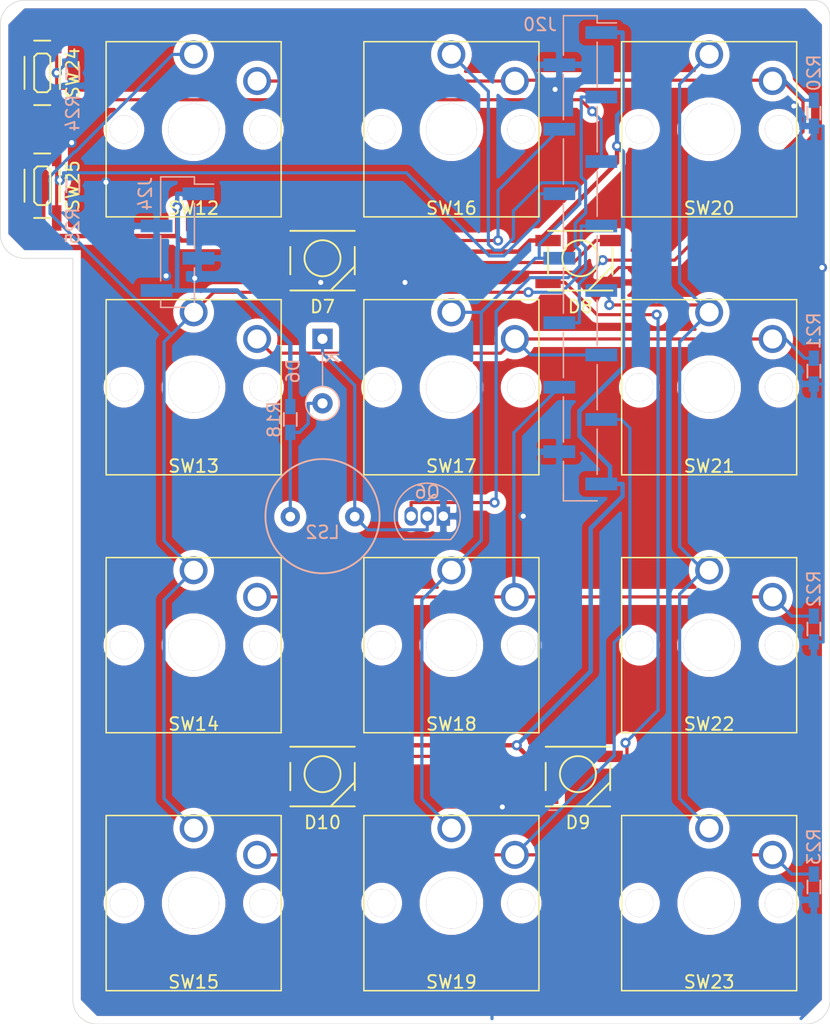
<source format=kicad_pcb>
(kicad_pcb (version 20171130) (host pcbnew "(5.1.5)-3")
  (layers (0 F.Cu signal) (31 B.Cu signal) (34 B.Paste user) (35 F.Paste user) (36 B.SilkS user) (37 F.SilkS user) (38 B.Mask user) (39 F.Mask user) (44 Edge.Cuts user))
  (net 0 "")
  (net 1 "Net-(D6-Pad1)")
  (net 2 "Net-(D6-Pad2)")
  (net 3 "Net-(D7-Pad2)")
  (net 4 "Net-(D8-Pad2)")
  (net 5 "Net-(D10-Pad4)")
  (net 6 "Net-(D10-Pad2)")
  (net 7 /Sheet5F548F88/3v32)
  (net 8 /Sheet5F548F88/LEDs2)
  (net 9 /Sheet5F548F88/GND2)
  (net 10 /Sheet5F548F88/r23)
  (net 11 /Sheet5F548F88/r21)
  (net 12 /Sheet5F548F88/c22)
  (net 13 /Sheet5F548F88/button22)
  (net 14 /Sheet5F548F88/r24)
  (net 15 /Sheet5F548F88/r22)
  (net 16 /Sheet5F548F88/c23)
  (net 17 /Sheet5F548F88/c12)
  (net 18 /Sheet5F548F88/button21)
  (net 19 /Sheet5F548F88/spk2)
  (module akizukit:small_speaker (layer B.Cu) (at 151.13 66.675)
    (fp_text reference LS2 (at 0 1.27) (layer B.SilkS) (effects (justify mirror)))
    (fp_text value Speaker)
    (pad 2 thru_hole circle (at 2.54 0.04) (size 1.524 1.524) (drill 0.762) (layers *.Cu *.Mask) (net 1 "Net-(D6-Pad1)"))
    (pad 1 thru_hole circle (at -2.54 0.04) (size 1.524 1.524) (drill 0.762) (layers *.Cu *.Mask) (net 2 "Net-(D6-Pad2)"))
  )
  (module Package_TO_SOT_THT:TO-92_Inline (layer B.Cu) (at 160.655 66.675 180)
    (fp_text reference Q6 (at 1.27 1.905) (layer B.SilkS) (effects (justify mirror)))
    (fp_text value 2SC1815)
    (pad 1 thru_hole rect (at 0 0 180) (size 1.05 1.5) (drill 0.75) (layers *.Cu *.Mask) (net 9 /Sheet5F548F88/GND2))
    (pad 3 thru_hole oval (at 2.54 0 180) (size 1.05 1.5) (drill 0.75) (layers *.Cu *.Mask) (net 19 /Sheet5F548F88/spk2))
    (pad 2 thru_hole oval (at 1.27 0 180) (size 1.05 1.5) (drill 0.75) (layers *.Cu *.Mask) (net 1 "Net-(D6-Pad1)"))
  )
  (module akizukit:SMD-1608 (layer B.Cu) (at 148.59 59.055 270)
    (fp_text reference R18 (at 0 1.27 90) (layer B.SilkS) (effects (justify mirror)))
    (fp_text value 1k)
    (pad 2 smd rect (at -1.016 0 270) (size 1.2 0.8) (layers B.Cu B.Paste B.Mask) (net 7 /Sheet5F548F88/3v32))
    (pad 1 smd rect (at 1.016 0 270) (size 1.2 0.8) (layers B.Cu B.Paste B.Mask) (net 2 "Net-(D6-Pad2)"))
  )
  (module akizukit:SMD-1608 (layer B.Cu) (at 189.865 34.925 90)
    (fp_text reference R20 (at 3.175 0 270) (layer B.SilkS) (effects (justify mirror)))
    (fp_text value 1k)
    (pad 2 smd rect (at -1.016 0 90) (size 1.2 0.8) (layers B.Cu B.Paste B.Mask) (net 9 /Sheet5F548F88/GND2))
    (pad 1 smd rect (at 1.016 0 90) (size 1.2 0.8) (layers B.Cu B.Paste B.Mask) (net 11 /Sheet5F548F88/r21))
  )
  (module akizukit:SMD-1608 (layer B.Cu) (at 189.865 55.245 90)
    (fp_text reference R21 (at 3.175 0 270) (layer B.SilkS) (effects (justify mirror)))
    (fp_text value 1k)
    (pad 2 smd rect (at -1.016 0 90) (size 1.2 0.8) (layers B.Cu B.Paste B.Mask) (net 9 /Sheet5F548F88/GND2))
    (pad 1 smd rect (at 1.016 0 90) (size 1.2 0.8) (layers B.Cu B.Paste B.Mask) (net 15 /Sheet5F548F88/r22))
  )
  (module akizukit:SMD-1608 (layer B.Cu) (at 189.865 75.565 90)
    (fp_text reference R22 (at 3.175 0 270) (layer B.SilkS) (effects (justify mirror)))
    (fp_text value 1k)
    (pad 2 smd rect (at -1.016 0 90) (size 1.2 0.8) (layers B.Cu B.Paste B.Mask) (net 9 /Sheet5F548F88/GND2))
    (pad 1 smd rect (at 1.016 0 90) (size 1.2 0.8) (layers B.Cu B.Paste B.Mask) (net 10 /Sheet5F548F88/r23))
  )
  (module akizukit:SMD-1608 (layer B.Cu) (at 189.865 95.885 90)
    (fp_text reference R23 (at 3.175 0 270) (layer B.SilkS) (effects (justify mirror)))
    (fp_text value 1k)
    (pad 2 smd rect (at -1.016 0 90) (size 1.2 0.8) (layers B.Cu B.Paste B.Mask) (net 9 /Sheet5F548F88/GND2))
    (pad 1 smd rect (at 1.016 0 90) (size 1.2 0.8) (layers B.Cu B.Paste B.Mask) (net 14 /Sheet5F548F88/r24))
  )
  (module akizukit:SMD-1608 (layer B.Cu) (at 131.445 31.75 270)
    (fp_text reference R24 (at 3.175 0 90) (layer B.SilkS) (effects (justify mirror)))
    (fp_text value 1k)
    (pad 2 smd rect (at -1.016 0 270) (size 1.2 0.8) (layers B.Cu B.Paste B.Mask) (net 18 /Sheet5F548F88/button21))
    (pad 1 smd rect (at 1.016 0 270) (size 1.2 0.8) (layers B.Cu B.Paste B.Mask) (net 9 /Sheet5F548F88/GND2))
  )
  (module akizukit:SMD-1608 (layer B.Cu) (at 131.445 40.64 270)
    (fp_text reference R25 (at 3.175 0 90) (layer B.SilkS) (effects (justify mirror)))
    (fp_text value 1k)
    (pad 2 smd rect (at -1.016 0 270) (size 1.2 0.8) (layers B.Cu B.Paste B.Mask) (net 13 /Sheet5F548F88/button22))
    (pad 1 smd rect (at 1.016 0 270) (size 1.2 0.8) (layers B.Cu B.Paste B.Mask) (net 9 /Sheet5F548F88/GND2))
  )
  (module akizukit:SMD_SW (layer F.Cu) (at 130.175 34.29 90)
    (fp_text reference SW24 (at 2.54 1.27 90) (layer F.SilkS))
    (fp_text value SW_Push)
    (pad 1 smd rect (at 5.08 -2.286 90) (size 2 0.75) (layers F.Cu F.Paste F.Mask) (net 7 /Sheet5F548F88/3v32))
    (pad 2 smd rect (at 5.08 0 90) (size 2 0.75) (layers F.Cu F.Paste F.Mask) (net 18 /Sheet5F548F88/button21))
    (pad 2 smd rect (at 0 0 90) (size 2 0.75) (layers F.Cu F.Paste F.Mask) (net 18 /Sheet5F548F88/button21))
    (pad 1 smd rect (at 0 -2.286 90) (size 2 0.75) (layers F.Cu F.Paste F.Mask) (net 7 /Sheet5F548F88/3v32))
  )
  (module akizukit:SMD_SW (layer F.Cu) (at 130.175 43.18 90)
    (fp_text reference SW25 (at 2.54 1.27 90) (layer F.SilkS))
    (fp_text value SW_Push)
    (pad 1 smd rect (at 5.08 -2.286 90) (size 2 0.75) (layers F.Cu F.Paste F.Mask) (net 7 /Sheet5F548F88/3v32))
    (pad 2 smd rect (at 5.08 0 90) (size 2 0.75) (layers F.Cu F.Paste F.Mask) (net 13 /Sheet5F548F88/button22))
    (pad 2 smd rect (at 0 0 90) (size 2 0.75) (layers F.Cu F.Paste F.Mask) (net 13 /Sheet5F548F88/button22))
    (pad 1 smd rect (at 0 -2.286 90) (size 2 0.75) (layers F.Cu F.Paste F.Mask) (net 7 /Sheet5F548F88/3v32))
  )
  (module Connector_PinHeader_2.54mm:PinHeader_1x15_P2.54mm_Vertical_SMD_Pin1Left (layer B.Cu) (at 171.45 46.355 180)
    (fp_text reference J20 (at 3.175 18.415) (layer B.SilkS) (effects (justify mirror)))
    (fp_text value Conn_01x15)
    (pad 14 smd rect (at 1.655 -15.24 180) (size 2.51 1) (layers B.Cu B.Paste B.Mask) (net 9 /Sheet5F548F88/GND2))
    (pad 12 smd rect (at 1.655 -10.16 180) (size 2.51 1) (layers B.Cu B.Paste B.Mask) (net 10 /Sheet5F548F88/r23))
    (pad 10 smd rect (at 1.655 -5.08 180) (size 2.51 1) (layers B.Cu B.Paste B.Mask) (net 11 /Sheet5F548F88/r21))
    (pad 8 smd rect (at 1.655 0 180) (size 2.51 1) (layers B.Cu B.Paste B.Mask) (net 12 /Sheet5F548F88/c22))
    (pad 6 smd rect (at 1.655 5.08 180) (size 2.51 1) (layers B.Cu B.Paste B.Mask) (net 13 /Sheet5F548F88/button22))
    (pad 4 smd rect (at 1.655 10.16 180) (size 2.51 1) (layers B.Cu B.Paste B.Mask) (net 8 /Sheet5F548F88/LEDs2))
    (pad 2 smd rect (at 1.655 15.24 180) (size 2.51 1) (layers B.Cu B.Paste B.Mask) (net 9 /Sheet5F548F88/GND2))
    (pad 15 smd rect (at -1.655 -17.78 180) (size 2.51 1) (layers B.Cu B.Paste B.Mask) (net 7 /Sheet5F548F88/3v32))
    (pad 13 smd rect (at -1.655 -12.7 180) (size 2.51 1) (layers B.Cu B.Paste B.Mask) (net 14 /Sheet5F548F88/r24))
    (pad 11 smd rect (at -1.655 -7.62 180) (size 2.51 1) (layers B.Cu B.Paste B.Mask) (net 15 /Sheet5F548F88/r22))
    (pad 9 smd rect (at -1.655 -2.54 180) (size 2.51 1) (layers B.Cu B.Paste B.Mask) (net 16 /Sheet5F548F88/c23))
    (pad 7 smd rect (at -1.655 2.54 180) (size 2.51 1) (layers B.Cu B.Paste B.Mask) (net 17 /Sheet5F548F88/c12))
    (pad 5 smd rect (at -1.655 7.62 180) (size 2.51 1) (layers B.Cu B.Paste B.Mask) (net 18 /Sheet5F548F88/button21))
    (pad 3 smd rect (at -1.655 12.7 180) (size 2.51 1) (layers B.Cu B.Paste B.Mask) (net 19 /Sheet5F548F88/spk2))
    (pad 1 smd rect (at -1.655 17.78 180) (size 2.51 1) (layers B.Cu B.Paste B.Mask) (net 7 /Sheet5F548F88/3v32))
  )
  (module Connector_PinHeader_2.54mm:PinHeader_1x04_P2.54mm_Vertical_SMD_Pin1Left (layer B.Cu) (at 139.7 45.085 180)
    (fp_text reference J24 (at 2.54 3.81 90) (layer B.SilkS) (effects (justify mirror)))
    (fp_text value Conn_01x04)
    (pad 4 smd rect (at 1.655 -3.81 180) (size 2.51 1) (layers B.Cu B.Paste B.Mask) (net 7 /Sheet5F548F88/3v32))
    (pad 2 smd rect (at 1.655 1.27 180) (size 2.51 1) (layers B.Cu B.Paste B.Mask) (net 9 /Sheet5F548F88/GND2))
    (pad 3 smd rect (at -1.655 -1.27 180) (size 2.51 1) (layers B.Cu B.Paste B.Mask) (net 9 /Sheet5F548F88/GND2))
    (pad 1 smd rect (at -1.655 3.81 180) (size 2.51 1) (layers B.Cu B.Paste B.Mask) (net 7 /Sheet5F548F88/3v32))
  )
  (module akizukit:WS2812B (layer F.Cu) (at 148.59 48.26)
    (fp_text reference D7 (at 2.54 1.905) (layer F.SilkS))
    (fp_text value WS2812B)
    (pad 1 smd rect (at 0 -3.302) (size 2 0.9) (layers F.Cu F.Paste F.Mask) (net 7 /Sheet5F548F88/3v32))
    (pad 2 smd rect (at 0 0) (size 2 0.9) (layers F.Cu F.Paste F.Mask) (net 3 "Net-(D7-Pad2)"))
    (pad 3 smd rect (at 5.08 0) (size 2 0.9) (layers F.Cu F.Paste F.Mask) (net 9 /Sheet5F548F88/GND2))
    (pad 4 smd rect (at 5.08 -3.302) (size 2 0.9) (layers F.Cu F.Paste F.Mask) (net 8 /Sheet5F548F88/LEDs2))
  )
  (module akizukit:WS2812B (layer F.Cu) (at 168.91 48.26)
    (fp_text reference D8 (at 2.54 1.905) (layer F.SilkS))
    (fp_text value WS2812B)
    (pad 1 smd rect (at 0 -3.302) (size 2 0.9) (layers F.Cu F.Paste F.Mask) (net 7 /Sheet5F548F88/3v32))
    (pad 2 smd rect (at 0 0) (size 2 0.9) (layers F.Cu F.Paste F.Mask) (net 4 "Net-(D8-Pad2)"))
    (pad 3 smd rect (at 5.08 0) (size 2 0.9) (layers F.Cu F.Paste F.Mask) (net 9 /Sheet5F548F88/GND2))
    (pad 4 smd rect (at 5.08 -3.302) (size 2 0.9) (layers F.Cu F.Paste F.Mask) (net 3 "Net-(D7-Pad2)"))
  )
  (module akizukit:WS2812B (layer F.Cu) (at 168.725 88.9)
    (fp_text reference D9 (at 2.54 1.905) (layer F.SilkS))
    (fp_text value WS2812B)
    (pad 1 smd rect (at 0 -3.302) (size 2 0.9) (layers F.Cu F.Paste F.Mask) (net 7 /Sheet5F548F88/3v32))
    (pad 2 smd rect (at 0 0) (size 2 0.9) (layers F.Cu F.Paste F.Mask) (net 5 "Net-(D10-Pad4)"))
    (pad 3 smd rect (at 5.08 0) (size 2 0.9) (layers F.Cu F.Paste F.Mask) (net 9 /Sheet5F548F88/GND2))
    (pad 4 smd rect (at 5.08 -3.302) (size 2 0.9) (layers F.Cu F.Paste F.Mask) (net 4 "Net-(D8-Pad2)"))
  )
  (module akizukit:WS2812B (layer F.Cu) (at 148.59 88.9)
    (fp_text reference D10 (at 2.54 1.905) (layer F.SilkS))
    (fp_text value WS2812B)
    (pad 1 smd rect (at 0 -3.302) (size 2 0.9) (layers F.Cu F.Paste F.Mask) (net 7 /Sheet5F548F88/3v32))
    (pad 2 smd rect (at 0 0) (size 2 0.9) (layers F.Cu F.Paste F.Mask) (net 6 "Net-(D10-Pad2)"))
    (pad 3 smd rect (at 5.08 0) (size 2 0.9) (layers F.Cu F.Paste F.Mask) (net 9 /Sheet5F548F88/GND2))
    (pad 4 smd rect (at 5.08 -3.302) (size 2 0.9) (layers F.Cu F.Paste F.Mask) (net 5 "Net-(D10-Pad4)"))
  )
  (module akizukit:keySwitch (layer F.Cu) (at 140.97 36.195)
    (fp_text reference SW12 (at 0 6.215) (layer F.SilkS))
    (fp_text value SW_Push)
    (pad "" thru_hole circle (at -5.5 0) (size 2.2 2.2) (drill 2.2) (layers *.Cu *.Mask))
    (pad "" thru_hole circle (at 5.5 0) (size 2.2 2.2) (drill 2.2) (layers *.Cu *.Mask))
    (pad "" thru_hole circle (at 0 0) (size 4 4) (drill 4) (layers *.Cu *.Mask))
    (pad 2 thru_hole circle (at 5 -3.8) (size 2.2 2.2) (drill 1.5) (layers *.Cu *.Mask) (net 11 /Sheet5F548F88/r21))
    (pad 1 thru_hole circle (at 0 -5.9) (size 2.2 2.2) (drill 1.5) (layers *.Cu *.Mask) (net 17 /Sheet5F548F88/c12))
  )
  (module akizukit:keySwitch (layer F.Cu) (at 140.97 56.515)
    (fp_text reference SW13 (at 0 6.215) (layer F.SilkS))
    (fp_text value SW_Push)
    (pad "" thru_hole circle (at -5.5 0) (size 2.2 2.2) (drill 2.2) (layers *.Cu *.Mask))
    (pad "" thru_hole circle (at 5.5 0) (size 2.2 2.2) (drill 2.2) (layers *.Cu *.Mask))
    (pad "" thru_hole circle (at 0 0) (size 4 4) (drill 4) (layers *.Cu *.Mask))
    (pad 2 thru_hole circle (at 5 -3.8) (size 2.2 2.2) (drill 1.5) (layers *.Cu *.Mask) (net 15 /Sheet5F548F88/r22))
    (pad 1 thru_hole circle (at 0 -5.9) (size 2.2 2.2) (drill 1.5) (layers *.Cu *.Mask) (net 17 /Sheet5F548F88/c12))
  )
  (module akizukit:keySwitch (layer F.Cu) (at 140.97 76.835)
    (fp_text reference SW14 (at 0 6.215) (layer F.SilkS))
    (fp_text value SW_Push)
    (pad "" thru_hole circle (at -5.5 0) (size 2.2 2.2) (drill 2.2) (layers *.Cu *.Mask))
    (pad "" thru_hole circle (at 5.5 0) (size 2.2 2.2) (drill 2.2) (layers *.Cu *.Mask))
    (pad "" thru_hole circle (at 0 0) (size 4 4) (drill 4) (layers *.Cu *.Mask))
    (pad 2 thru_hole circle (at 5 -3.8) (size 2.2 2.2) (drill 1.5) (layers *.Cu *.Mask) (net 10 /Sheet5F548F88/r23))
    (pad 1 thru_hole circle (at 0 -5.9) (size 2.2 2.2) (drill 1.5) (layers *.Cu *.Mask) (net 17 /Sheet5F548F88/c12))
  )
  (module akizukit:keySwitch (layer F.Cu) (at 140.97 97.155)
    (fp_text reference SW15 (at 0 6.215) (layer F.SilkS))
    (fp_text value SW_Push)
    (pad "" thru_hole circle (at -5.5 0) (size 2.2 2.2) (drill 2.2) (layers *.Cu *.Mask))
    (pad "" thru_hole circle (at 5.5 0) (size 2.2 2.2) (drill 2.2) (layers *.Cu *.Mask))
    (pad "" thru_hole circle (at 0 0) (size 4 4) (drill 4) (layers *.Cu *.Mask))
    (pad 2 thru_hole circle (at 5 -3.8) (size 2.2 2.2) (drill 1.5) (layers *.Cu *.Mask) (net 14 /Sheet5F548F88/r24))
    (pad 1 thru_hole circle (at 0 -5.9) (size 2.2 2.2) (drill 1.5) (layers *.Cu *.Mask) (net 17 /Sheet5F548F88/c12))
  )
  (module akizukit:keySwitch (layer F.Cu) (at 161.29 36.195)
    (fp_text reference SW16 (at 0 6.215) (layer F.SilkS))
    (fp_text value SW_Push)
    (pad "" thru_hole circle (at -5.5 0) (size 2.2 2.2) (drill 2.2) (layers *.Cu *.Mask))
    (pad "" thru_hole circle (at 5.5 0) (size 2.2 2.2) (drill 2.2) (layers *.Cu *.Mask))
    (pad "" thru_hole circle (at 0 0) (size 4 4) (drill 4) (layers *.Cu *.Mask))
    (pad 2 thru_hole circle (at 5 -3.8) (size 2.2 2.2) (drill 1.5) (layers *.Cu *.Mask) (net 11 /Sheet5F548F88/r21))
    (pad 1 thru_hole circle (at 0 -5.9) (size 2.2 2.2) (drill 1.5) (layers *.Cu *.Mask) (net 12 /Sheet5F548F88/c22))
  )
  (module akizukit:keySwitch (layer F.Cu) (at 161.29 56.515)
    (fp_text reference SW17 (at 0 6.215) (layer F.SilkS))
    (fp_text value SW_Push)
    (pad "" thru_hole circle (at -5.5 0) (size 2.2 2.2) (drill 2.2) (layers *.Cu *.Mask))
    (pad "" thru_hole circle (at 5.5 0) (size 2.2 2.2) (drill 2.2) (layers *.Cu *.Mask))
    (pad "" thru_hole circle (at 0 0) (size 4 4) (drill 4) (layers *.Cu *.Mask))
    (pad 2 thru_hole circle (at 5 -3.8) (size 2.2 2.2) (drill 1.5) (layers *.Cu *.Mask) (net 15 /Sheet5F548F88/r22))
    (pad 1 thru_hole circle (at 0 -5.9) (size 2.2 2.2) (drill 1.5) (layers *.Cu *.Mask) (net 12 /Sheet5F548F88/c22))
  )
  (module akizukit:keySwitch (layer F.Cu) (at 161.29 76.835)
    (fp_text reference SW18 (at 0 6.215) (layer F.SilkS))
    (fp_text value SW_Push)
    (pad "" thru_hole circle (at -5.5 0) (size 2.2 2.2) (drill 2.2) (layers *.Cu *.Mask))
    (pad "" thru_hole circle (at 5.5 0) (size 2.2 2.2) (drill 2.2) (layers *.Cu *.Mask))
    (pad "" thru_hole circle (at 0 0) (size 4 4) (drill 4) (layers *.Cu *.Mask))
    (pad 2 thru_hole circle (at 5 -3.8) (size 2.2 2.2) (drill 1.5) (layers *.Cu *.Mask) (net 10 /Sheet5F548F88/r23))
    (pad 1 thru_hole circle (at 0 -5.9) (size 2.2 2.2) (drill 1.5) (layers *.Cu *.Mask) (net 12 /Sheet5F548F88/c22))
  )
  (module akizukit:keySwitch (layer F.Cu) (at 161.29 97.155)
    (fp_text reference SW19 (at 0 6.215) (layer F.SilkS))
    (fp_text value SW_Push)
    (pad "" thru_hole circle (at -5.5 0) (size 2.2 2.2) (drill 2.2) (layers *.Cu *.Mask))
    (pad "" thru_hole circle (at 5.5 0) (size 2.2 2.2) (drill 2.2) (layers *.Cu *.Mask))
    (pad "" thru_hole circle (at 0 0) (size 4 4) (drill 4) (layers *.Cu *.Mask))
    (pad 2 thru_hole circle (at 5 -3.8) (size 2.2 2.2) (drill 1.5) (layers *.Cu *.Mask) (net 14 /Sheet5F548F88/r24))
    (pad 1 thru_hole circle (at 0 -5.9) (size 2.2 2.2) (drill 1.5) (layers *.Cu *.Mask) (net 12 /Sheet5F548F88/c22))
  )
  (module akizukit:keySwitch (layer F.Cu) (at 181.61 36.195)
    (fp_text reference SW20 (at 0 6.215) (layer F.SilkS))
    (fp_text value SW_Push)
    (pad "" thru_hole circle (at -5.5 0) (size 2.2 2.2) (drill 2.2) (layers *.Cu *.Mask))
    (pad "" thru_hole circle (at 5.5 0) (size 2.2 2.2) (drill 2.2) (layers *.Cu *.Mask))
    (pad "" thru_hole circle (at 0 0) (size 4 4) (drill 4) (layers *.Cu *.Mask))
    (pad 2 thru_hole circle (at 5 -3.8) (size 2.2 2.2) (drill 1.5) (layers *.Cu *.Mask) (net 11 /Sheet5F548F88/r21))
    (pad 1 thru_hole circle (at 0 -5.9) (size 2.2 2.2) (drill 1.5) (layers *.Cu *.Mask) (net 16 /Sheet5F548F88/c23))
  )
  (module akizukit:keySwitch (layer F.Cu) (at 181.61 56.515)
    (fp_text reference SW21 (at 0 6.215) (layer F.SilkS))
    (fp_text value SW_Push)
    (pad "" thru_hole circle (at -5.5 0) (size 2.2 2.2) (drill 2.2) (layers *.Cu *.Mask))
    (pad "" thru_hole circle (at 5.5 0) (size 2.2 2.2) (drill 2.2) (layers *.Cu *.Mask))
    (pad "" thru_hole circle (at 0 0) (size 4 4) (drill 4) (layers *.Cu *.Mask))
    (pad 2 thru_hole circle (at 5 -3.8) (size 2.2 2.2) (drill 1.5) (layers *.Cu *.Mask) (net 15 /Sheet5F548F88/r22))
    (pad 1 thru_hole circle (at 0 -5.9) (size 2.2 2.2) (drill 1.5) (layers *.Cu *.Mask) (net 16 /Sheet5F548F88/c23))
  )
  (module akizukit:keySwitch (layer F.Cu) (at 181.61 76.835)
    (fp_text reference SW22 (at 0 6.215) (layer F.SilkS))
    (fp_text value SW_Push)
    (pad "" thru_hole circle (at -5.5 0) (size 2.2 2.2) (drill 2.2) (layers *.Cu *.Mask))
    (pad "" thru_hole circle (at 5.5 0) (size 2.2 2.2) (drill 2.2) (layers *.Cu *.Mask))
    (pad "" thru_hole circle (at 0 0) (size 4 4) (drill 4) (layers *.Cu *.Mask))
    (pad 2 thru_hole circle (at 5 -3.8) (size 2.2 2.2) (drill 1.5) (layers *.Cu *.Mask) (net 10 /Sheet5F548F88/r23))
    (pad 1 thru_hole circle (at 0 -5.9) (size 2.2 2.2) (drill 1.5) (layers *.Cu *.Mask) (net 16 /Sheet5F548F88/c23))
  )
  (module akizukit:keySwitch (layer F.Cu) (at 181.61 97.155)
    (fp_text reference SW23 (at 0 6.215) (layer F.SilkS))
    (fp_text value SW_Push)
    (pad "" thru_hole circle (at -5.5 0) (size 2.2 2.2) (drill 2.2) (layers *.Cu *.Mask))
    (pad "" thru_hole circle (at 5.5 0) (size 2.2 2.2) (drill 2.2) (layers *.Cu *.Mask))
    (pad "" thru_hole circle (at 0 0) (size 4 4) (drill 4) (layers *.Cu *.Mask))
    (pad 2 thru_hole circle (at 5 -3.8) (size 2.2 2.2) (drill 1.5) (layers *.Cu *.Mask) (net 14 /Sheet5F548F88/r24))
    (pad 1 thru_hole circle (at 0 -5.9) (size 2.2 2.2) (drill 1.5) (layers *.Cu *.Mask) (net 16 /Sheet5F548F88/c23))
  )
  (module Diode_THT:D_DO-35_SOD27_P5.08mm_Vertical_KathodeUp (layer B.Cu) (at 151.13 52.705 270)
    (fp_text reference D6 (at 2.54 2.326371 90) (layer B.SilkS) (effects (justify mirror)))
    (fp_text value DIODE)
    (fp_text user K (at 1.5 -0.8 90) (layer B.SilkS) (effects (justify mirror)))
    (pad 2 thru_hole oval (at 5.08 0 270) (size 1.6 1.6) (drill 0.8) (layers *.Cu *.Mask) (net 2 "Net-(D6-Pad2)"))
    (pad 1 thru_hole rect (at 0 0 270) (size 1.6 1.6) (drill 0.8) (layers *.Cu *.Mask) (net 1 "Net-(D6-Pad1)"))
  )
  (gr_arc (start 127.635 27.94) (end 127.635 26.035) (angle -90) (layer Edge.Cuts) (width 0.05))
  (gr_arc (start 133.35 104.775) (end 131.445 104.775) (angle -90) (layer Edge.Cuts) (width 0.05))
  (gr_line (start 131.445 46.355) (end 131.445 104.775) (layer Edge.Cuts) (width 0.05))
  (gr_line (start 125.73 44.45) (end 125.73 27.94) (layer Edge.Cuts) (width 0.05))
  (gr_line (start 131.445 46.355) (end 127.635 46.355) (layer Edge.Cuts) (width 0.05))
  (gr_arc (start 127.635 44.45) (end 125.73 44.45) (angle -90) (layer Edge.Cuts) (width 0.05))
  (gr_arc (start 189.23 104.775) (end 189.23 106.68) (angle -90) (layer Edge.Cuts) (width 0.05))
  (gr_line (start 189.23 106.68) (end 133.35 106.68) (layer Edge.Cuts) (width 0.05))
  (gr_line (start 191.135 27.305) (end 191.135 104.775) (layer Edge.Cuts) (width 0.05))
  (gr_arc (start 189.865 27.305) (end 191.135 27.305) (angle -90) (layer Edge.Cuts) (width 0.05))
  (gr_line (start 189.865 26.035) (end 127.635 26.035) (layer Edge.Cuts) (width 0.05))
  (segment (start 159.385 66.675) (end 159.385 67.7503) (width 0.25) (layer B.Cu) (net 1))
  (segment (start 159.385 67.7503) (end 154.7053 67.7503) (width 0.25) (layer B.Cu) (net 1))
  (segment (start 154.7053 67.7503) (end 153.67 66.715) (width 0.25) (layer B.Cu) (net 1))
  (segment (start 151.13 52.705) (end 151.13 53.8303) (width 0.25) (layer B.Cu) (net 1))
  (segment (start 151.13 53.8303) (end 153.67 56.3703) (width 0.25) (layer B.Cu) (net 1))
  (segment (start 153.67 56.3703) (end 153.67 66.715) (width 0.25) (layer B.Cu) (net 1))
  (segment (start 148.59 66.715) (end 148.59 60.071) (width 0.25) (layer B.Cu) (net 2))
  (segment (start 148.59 60.071) (end 149.3153 60.071) (width 0.25) (layer B.Cu) (net 2))
  (segment (start 151.13 57.785) (end 150.0047 57.785) (width 0.25) (layer B.Cu) (net 2))
  (segment (start 150.0047 57.785) (end 150.0047 59.3816) (width 0.25) (layer B.Cu) (net 2))
  (segment (start 150.0047 59.3816) (end 149.3153 60.071) (width 0.25) (layer B.Cu) (net 2))
  (segment (start 172.6647 44.958) (end 170.9289 46.6938) (width 0.25) (layer F.Cu) (net 3))
  (segment (start 170.9289 46.6938) (end 151.4815 46.6938) (width 0.25) (layer F.Cu) (net 3))
  (segment (start 151.4815 46.6938) (end 149.9153 48.26) (width 0.25) (layer F.Cu) (net 3))
  (segment (start 148.59 48.26) (end 149.9153 48.26) (width 0.25) (layer F.Cu) (net 3))
  (segment (start 173.99 44.958) (end 172.6647 44.958) (width 0.25) (layer F.Cu) (net 3))
  (segment (start 173.805 85.598) (end 175.1303 85.598) (width 0.25) (layer F.Cu) (net 4))
  (segment (start 175.1303 85.598) (end 175.1303 84.6457) (width 0.25) (layer F.Cu) (net 4))
  (segment (start 175.1303 84.6457) (end 175.0138 84.5292) (width 0.25) (layer F.Cu) (net 4))
  (segment (start 177.4706 50.8006) (end 177.5793 50.9093) (width 0.25) (layer B.Cu) (net 4))
  (segment (start 177.5793 50.9093) (end 177.5793 81.9637) (width 0.25) (layer B.Cu) (net 4))
  (segment (start 177.5793 81.9637) (end 175.0138 84.5292) (width 0.25) (layer B.Cu) (net 4))
  (segment (start 168.91 48.26) (end 170.2353 48.26) (width 0.25) (layer F.Cu) (net 4))
  (segment (start 177.4706 50.8006) (end 172.7759 50.8006) (width 0.25) (layer F.Cu) (net 4))
  (segment (start 172.7759 50.8006) (end 170.2353 48.26) (width 0.25) (layer F.Cu) (net 4))
  (via (at 177.4706 50.8006) (size 0.8) (layers F.Cu B.Cu) (net 4))
  (via (at 175.0138 84.5292) (size 0.8) (layers F.Cu B.Cu) (net 4))
  (segment (start 168.725 88.9) (end 167.3997 88.9) (width 0.25) (layer F.Cu) (net 5))
  (segment (start 153.67 85.598) (end 164.0977 85.598) (width 0.25) (layer F.Cu) (net 5))
  (segment (start 164.0977 85.598) (end 167.3997 88.9) (width 0.25) (layer F.Cu) (net 5))
  (segment (start 173.7951 64.135) (end 173.7951 62.7643) (width 0.35) (layer B.Cu) (net 7))
  (segment (start 173.7951 62.7643) (end 171.3813 60.3505) (width 0.35) (layer B.Cu) (net 7))
  (segment (start 171.3813 60.3505) (end 171.3813 58.3937) (width 0.35) (layer B.Cu) (net 7))
  (segment (start 171.3813 58.3937) (end 174.8191 54.9559) (width 0.35) (layer B.Cu) (net 7))
  (segment (start 174.8191 54.9559) (end 174.8191 37.9831) (width 0.35) (layer B.Cu) (net 7))
  (segment (start 174.8191 37.9831) (end 174.3509 37.5149) (width 0.35) (layer B.Cu) (net 7))
  (segment (start 174.7853 28.575) (end 174.7853 34.6697) (width 0.35) (layer B.Cu) (net 7))
  (segment (start 174.7853 34.6697) (end 174.3509 35.1041) (width 0.35) (layer B.Cu) (net 7))
  (segment (start 174.3509 35.1041) (end 174.3509 37.5149) (width 0.35) (layer B.Cu) (net 7))
  (segment (start 168.1974 44.958) (end 174.3509 38.8045) (width 0.35) (layer F.Cu) (net 7))
  (segment (start 174.3509 38.8045) (end 174.3509 37.5149) (width 0.35) (layer F.Cu) (net 7))
  (segment (start 168.1974 44.958) (end 167.4847 44.958) (width 0.35) (layer F.Cu) (net 7))
  (segment (start 168.91 44.958) (end 168.1974 44.958) (width 0.35) (layer F.Cu) (net 7))
  (segment (start 174.7853 64.135) (end 174.7853 65.1032) (width 0.35) (layer B.Cu) (net 7))
  (segment (start 174.7853 65.1032) (end 172.27 67.6185) (width 0.35) (layer B.Cu) (net 7))
  (segment (start 172.27 67.6185) (end 172.27 78.894) (width 0.35) (layer B.Cu) (net 7))
  (segment (start 172.27 78.894) (end 166.4413 84.7227) (width 0.35) (layer B.Cu) (net 7))
  (segment (start 173.105 28.575) (end 174.7853 28.575) (width 0.35) (layer B.Cu) (net 7))
  (segment (start 173.7951 64.135) (end 174.7853 64.135) (width 0.35) (layer B.Cu) (net 7))
  (segment (start 173.105 64.135) (end 173.7951 64.135) (width 0.35) (layer B.Cu) (net 7))
  (segment (start 148.59 58.039) (end 148.59 53.1047) (width 0.35) (layer B.Cu) (net 7))
  (segment (start 148.59 53.1047) (end 144.3803 48.895) (width 0.35) (layer B.Cu) (net 7))
  (segment (start 144.3803 48.895) (end 139.6728 48.895) (width 0.35) (layer B.Cu) (net 7))
  (segment (start 139.6747 44.6053) (end 139.6747 42.3167) (width 0.35) (layer F.Cu) (net 7))
  (segment (start 148.59 44.958) (end 140.0274 44.958) (width 0.35) (layer F.Cu) (net 7))
  (segment (start 140.0274 44.958) (end 139.6747 44.6053) (width 0.35) (layer F.Cu) (net 7))
  (segment (start 139.6747 44.6053) (end 127.889 44.6053) (width 0.35) (layer F.Cu) (net 7))
  (segment (start 139.6747 42.3167) (end 139.7273 42.3693) (width 0.35) (layer B.Cu) (net 7))
  (segment (start 139.7273 42.3693) (end 139.7273 45.6263) (width 0.35) (layer B.Cu) (net 7))
  (segment (start 139.7273 45.6263) (end 139.6728 45.6808) (width 0.35) (layer B.Cu) (net 7))
  (segment (start 139.6728 45.6808) (end 139.6728 48.895) (width 0.35) (layer B.Cu) (net 7))
  (segment (start 139.6747 41.275) (end 139.6747 42.3167) (width 0.35) (layer B.Cu) (net 7))
  (segment (start 127.889 34.29) (end 127.889 29.21) (width 0.35) (layer F.Cu) (net 7))
  (segment (start 127.889 38.1) (end 127.889 34.29) (width 0.35) (layer F.Cu) (net 7))
  (segment (start 127.889 43.18) (end 127.889 38.1) (width 0.35) (layer F.Cu) (net 7))
  (segment (start 127.889 43.8926) (end 127.889 43.18) (width 0.35) (layer F.Cu) (net 7))
  (segment (start 127.889 43.8926) (end 127.889 44.6053) (width 0.35) (layer F.Cu) (net 7))
  (segment (start 138.8852 48.895) (end 139.6728 48.895) (width 0.35) (layer B.Cu) (net 7))
  (segment (start 138.045 48.895) (end 138.8852 48.895) (width 0.35) (layer B.Cu) (net 7))
  (segment (start 141.355 41.275) (end 139.6747 41.275) (width 0.35) (layer B.Cu) (net 7))
  (segment (start 149.3027 44.958) (end 148.59 44.958) (width 0.35) (layer F.Cu) (net 7))
  (segment (start 149.3027 44.958) (end 150.0153 44.958) (width 0.35) (layer F.Cu) (net 7))
  (segment (start 167.4847 44.958) (end 166.6094 45.8333) (width 0.35) (layer F.Cu) (net 7))
  (segment (start 166.6094 45.8333) (end 150.8906 45.8333) (width 0.35) (layer F.Cu) (net 7))
  (segment (start 150.8906 45.8333) (end 150.0153 44.958) (width 0.35) (layer F.Cu) (net 7))
  (segment (start 150.0153 85.598) (end 150.8906 84.7227) (width 0.35) (layer F.Cu) (net 7))
  (segment (start 150.8906 84.7227) (end 166.4413 84.7227) (width 0.35) (layer F.Cu) (net 7))
  (segment (start 166.4413 84.7227) (end 166.4413 84.7396) (width 0.35) (layer F.Cu) (net 7))
  (segment (start 166.4413 84.7396) (end 167.2997 85.598) (width 0.35) (layer F.Cu) (net 7))
  (segment (start 168.725 85.598) (end 167.2997 85.598) (width 0.35) (layer F.Cu) (net 7))
  (segment (start 148.59 85.598) (end 150.0153 85.598) (width 0.35) (layer F.Cu) (net 7))
  (via (at 174.3509 37.5149) (size 0.8) (layers F.Cu B.Cu) (net 7))
  (via (at 139.6747 42.3167) (size 0.8) (layers F.Cu B.Cu) (net 7))
  (via (at 166.4413 84.7227) (size 0.8) (layers F.Cu B.Cu) (net 7))
  (segment (start 153.67 44.958) (end 164.9679 44.958) (width 0.25) (layer F.Cu) (net 8))
  (segment (start 169.795 36.195) (end 164.9679 41.0221) (width 0.25) (layer B.Cu) (net 8))
  (segment (start 164.9679 41.0221) (end 164.9679 44.958) (width 0.25) (layer B.Cu) (net 8))
  (via (at 164.9679 44.958) (size 0.8) (layers F.Cu B.Cu) (net 8))
  (segment (start 188.2843 34.3603) (end 186.1257 34.3603) (width 0.25) (layer F.Cu) (net 9))
  (segment (start 186.1257 34.3603) (end 184.8178 33.0524) (width 0.25) (layer F.Cu) (net 9))
  (segment (start 184.8178 33.0524) (end 169.462 33.0524) (width 0.25) (layer F.Cu) (net 9))
  (segment (start 169.462 33.0524) (end 168.2147 31.8051) (width 0.25) (layer B.Cu) (net 9))
  (segment (start 168.2147 31.8051) (end 168.2147 31.115) (width 0.25) (layer B.Cu) (net 9))
  (segment (start 169.795 31.115) (end 168.2147 31.115) (width 0.25) (layer B.Cu) (net 9))
  (segment (start 189.865 35.941) (end 189.1397 35.941) (width 0.25) (layer B.Cu) (net 9))
  (segment (start 189.1397 35.941) (end 189.1397 35.2157) (width 0.25) (layer B.Cu) (net 9))
  (segment (start 189.1397 35.2157) (end 188.2843 34.3603) (width 0.25) (layer B.Cu) (net 9))
  (segment (start 190.1151 35.941) (end 189.865 35.941) (width 0.25) (layer B.Cu) (net 9))
  (segment (start 172.6647 48.26) (end 171.8801 47.4754) (width 0.25) (layer F.Cu) (net 9))
  (segment (start 171.8801 47.4754) (end 158.4165 47.4754) (width 0.25) (layer F.Cu) (net 9))
  (segment (start 158.4165 47.4754) (end 157.6319 48.26) (width 0.25) (layer F.Cu) (net 9))
  (segment (start 160.655 66.675) (end 160.655 62.7714) (width 0.25) (layer B.Cu) (net 9))
  (segment (start 160.655 62.7714) (end 158.0822 60.1986) (width 0.25) (layer B.Cu) (net 9))
  (segment (start 158.0822 60.1986) (end 158.0822 48.7103) (width 0.25) (layer B.Cu) (net 9))
  (segment (start 158.0822 48.7103) (end 157.6319 48.26) (width 0.25) (layer B.Cu) (net 9))
  (segment (start 165.3057 89.583) (end 165.3057 81.2538) (width 0.25) (layer B.Cu) (net 9))
  (segment (start 165.3057 81.2538) (end 168.226 78.3335) (width 0.25) (layer B.Cu) (net 9))
  (segment (start 168.226 78.3335) (end 168.226 67.9472) (width 0.25) (layer B.Cu) (net 9))
  (segment (start 168.226 67.9472) (end 166.9538 66.675) (width 0.25) (layer B.Cu) (net 9))
  (segment (start 164.49 106.2574) (end 164.49 90.3987) (width 0.25) (layer B.Cu) (net 9))
  (segment (start 164.49 90.3987) (end 165.3057 89.583) (width 0.25) (layer B.Cu) (net 9))
  (segment (start 154.3327 48.26) (end 157.6319 48.26) (width 0.25) (layer F.Cu) (net 9))
  (segment (start 153.67 48.26) (end 154.3327 48.26) (width 0.25) (layer F.Cu) (net 9))
  (segment (start 190.1151 35.941) (end 190.5903 35.941) (width 0.25) (layer B.Cu) (net 9))
  (segment (start 131.445 32.766) (end 131.445 33.6913) (width 0.25) (layer B.Cu) (net 9))
  (segment (start 134.0582 41.656) (end 134.3057 41.656) (width 0.25) (layer B.Cu) (net 9))
  (segment (start 134.3057 41.656) (end 136.4647 43.815) (width 0.25) (layer B.Cu) (net 9))
  (segment (start 131.445 41.656) (end 134.0582 41.656) (width 0.25) (layer B.Cu) (net 9))
  (segment (start 134.0582 41.656) (end 134.0582 40.3713) (width 0.25) (layer B.Cu) (net 9))
  (segment (start 131.3552 37.2445) (end 131.3552 37.6683) (width 0.25) (layer F.Cu) (net 9))
  (segment (start 131.3552 37.6683) (end 134.0582 40.3713) (width 0.25) (layer F.Cu) (net 9))
  (segment (start 131.445 33.6913) (end 131.3552 33.7811) (width 0.25) (layer B.Cu) (net 9))
  (segment (start 131.3552 33.7811) (end 131.3552 37.2445) (width 0.25) (layer B.Cu) (net 9))
  (segment (start 160.655 66.675) (end 166.9538 66.675) (width 0.25) (layer F.Cu) (net 9))
  (segment (start 168.2147 61.595) (end 168.2147 65.4141) (width 0.25) (layer B.Cu) (net 9))
  (segment (start 168.2147 65.4141) (end 166.9538 66.675) (width 0.25) (layer B.Cu) (net 9))
  (segment (start 173.3274 48.26) (end 174.4994 47.088) (width 0.25) (layer F.Cu) (net 9))
  (segment (start 174.4994 47.088) (end 190.5043 47.088) (width 0.25) (layer F.Cu) (net 9))
  (segment (start 190.5043 47.088) (end 190.5903 47.088) (width 0.25) (layer B.Cu) (net 9))
  (segment (start 190.5903 47.088) (end 190.5903 56.261) (width 0.25) (layer B.Cu) (net 9))
  (segment (start 190.5903 35.941) (end 190.5903 47.088) (width 0.25) (layer B.Cu) (net 9))
  (segment (start 173.3274 48.26) (end 172.6647 48.26) (width 0.25) (layer F.Cu) (net 9))
  (segment (start 173.99 48.26) (end 173.3274 48.26) (width 0.25) (layer F.Cu) (net 9))
  (segment (start 189.865 76.581) (end 190.5903 76.581) (width 0.25) (layer B.Cu) (net 9))
  (segment (start 189.865 56.261) (end 190.5903 56.261) (width 0.25) (layer B.Cu) (net 9))
  (segment (start 190.5903 56.261) (end 190.5903 76.581) (width 0.25) (layer B.Cu) (net 9))
  (segment (start 188.8472 106.2465) (end 189.865 105.2287) (width 0.25) (layer B.Cu) (net 9))
  (segment (start 189.865 105.2287) (end 189.865 96.901) (width 0.25) (layer B.Cu) (net 9))
  (segment (start 169.795 61.595) (end 168.2147 61.595) (width 0.25) (layer B.Cu) (net 9))
  (segment (start 138.045 43.815) (end 136.4647 43.815) (width 0.25) (layer B.Cu) (net 9))
  (segment (start 138.801 47.7439) (end 138.9902 47.9331) (width 0.25) (layer F.Cu) (net 9))
  (segment (start 138.9902 47.9331) (end 141.0566 47.9331) (width 0.25) (layer F.Cu) (net 9))
  (segment (start 138.045 43.815) (end 138.045 46.9879) (width 0.25) (layer B.Cu) (net 9))
  (segment (start 138.045 46.9879) (end 138.801 47.7439) (width 0.25) (layer B.Cu) (net 9))
  (segment (start 141.355 46.355) (end 141.355 47.6347) (width 0.25) (layer B.Cu) (net 9))
  (segment (start 141.355 47.6347) (end 141.0566 47.9331) (width 0.25) (layer B.Cu) (net 9))
  (segment (start 150.9899 48.26) (end 153.67 48.26) (width 0.25) (layer F.Cu) (net 9))
  (segment (start 141.355 46.355) (end 149.0849 46.355) (width 0.25) (layer B.Cu) (net 9))
  (segment (start 149.0849 46.355) (end 150.9899 48.26) (width 0.25) (layer B.Cu) (net 9))
  (segment (start 165.3057 89.583) (end 155.6783 89.583) (width 0.25) (layer F.Cu) (net 9))
  (segment (start 155.6783 89.583) (end 154.9953 88.9) (width 0.25) (layer F.Cu) (net 9))
  (segment (start 165.3057 89.583) (end 165.398 89.6753) (width 0.25) (layer F.Cu) (net 9))
  (segment (start 165.398 89.6753) (end 171.7044 89.6753) (width 0.25) (layer F.Cu) (net 9))
  (segment (start 171.7044 89.6753) (end 172.4797 88.9) (width 0.25) (layer F.Cu) (net 9))
  (segment (start 153.67 88.9) (end 154.9953 88.9) (width 0.25) (layer F.Cu) (net 9))
  (segment (start 173.805 88.9) (end 172.4797 88.9) (width 0.25) (layer F.Cu) (net 9))
  (via (at 169.462 33.0524) (size 0.8) (layers F.Cu B.Cu) (net 9))
  (via (at 188.2843 34.3603) (size 0.8) (layers F.Cu B.Cu) (net 9))
  (via (at 157.6319 48.26) (size 0.8) (layers F.Cu B.Cu) (net 9))
  (via (at 134.0582 40.3713) (size 0.8) (layers F.Cu B.Cu) (net 9))
  (via (at 131.3552 37.2445) (size 0.8) (layers F.Cu B.Cu) (net 9))
  (via (at 190.5043 47.088) (size 0.8) (layers F.Cu B.Cu) (net 9))
  (via (at 166.9538 66.675) (size 0.8) (layers F.Cu B.Cu) (net 9))
  (via (at 141.0566 47.9331) (size 0.8) (layers F.Cu B.Cu) (net 9))
  (via (at 138.801 47.7439) (size 0.8) (layers F.Cu B.Cu) (net 9))
  (via (at 150.9899 48.26) (size 0.8) (layers F.Cu B.Cu) (net 9))
  (via (at 165.3057 89.583) (size 0.8) (layers F.Cu B.Cu) (net 9))
  (segment (start 145.97 73.035) (end 166.29 73.035) (width 0.25) (layer F.Cu) (net 10))
  (segment (start 166.29 73.035) (end 166.2163 72.9613) (width 0.25) (layer B.Cu) (net 10))
  (segment (start 166.2163 72.9613) (end 166.2163 60.0937) (width 0.25) (layer B.Cu) (net 10))
  (segment (start 166.2163 60.0937) (end 169.795 56.515) (width 0.25) (layer B.Cu) (net 10))
  (segment (start 186.61 73.035) (end 166.29 73.035) (width 0.25) (layer F.Cu) (net 10))
  (segment (start 189.865 74.549) (end 188.124 74.549) (width 0.25) (layer B.Cu) (net 10))
  (segment (start 188.124 74.549) (end 186.61 73.035) (width 0.25) (layer B.Cu) (net 10))
  (segment (start 169.795 51.435) (end 171.3753 51.435) (width 0.25) (layer B.Cu) (net 11))
  (segment (start 173.2127 46.5031) (end 178.8902 46.5031) (width 0.25) (layer F.Cu) (net 11))
  (segment (start 178.8902 46.5031) (end 189.0097 36.3836) (width 0.25) (layer F.Cu) (net 11))
  (segment (start 189.0097 36.3836) (end 189.0097 33.985) (width 0.25) (layer F.Cu) (net 11))
  (segment (start 189.0097 33.985) (end 187.4197 32.395) (width 0.25) (layer F.Cu) (net 11))
  (segment (start 187.4197 32.395) (end 186.61 32.395) (width 0.25) (layer F.Cu) (net 11))
  (segment (start 171.3753 51.435) (end 171.3753 48.3405) (width 0.25) (layer B.Cu) (net 11))
  (segment (start 171.3753 48.3405) (end 173.2127 46.5031) (width 0.25) (layer B.Cu) (net 11))
  (segment (start 186.61 32.395) (end 186.5421 32.3271) (width 0.25) (layer F.Cu) (net 11))
  (segment (start 186.5421 32.3271) (end 166.3579 32.3271) (width 0.25) (layer F.Cu) (net 11))
  (segment (start 166.3579 32.3271) (end 166.29 32.395) (width 0.25) (layer F.Cu) (net 11))
  (segment (start 189.865 33.909) (end 189.1397 33.909) (width 0.25) (layer B.Cu) (net 11))
  (segment (start 189.1397 33.909) (end 187.6257 32.395) (width 0.25) (layer B.Cu) (net 11))
  (segment (start 187.6257 32.395) (end 186.61 32.395) (width 0.25) (layer B.Cu) (net 11))
  (segment (start 166.29 32.395) (end 145.97 32.395) (width 0.25) (layer F.Cu) (net 11))
  (via (at 173.2127 46.5031) (size 0.8) (layers F.Cu B.Cu) (net 11))
  (segment (start 168.2147 46.355) (end 168.2147 45.2556) (width 0.25) (layer B.Cu) (net 12))
  (segment (start 168.2147 45.2556) (end 171.4121 42.0582) (width 0.25) (layer B.Cu) (net 12))
  (segment (start 171.4121 42.0582) (end 171.4121 40.6748) (width 0.25) (layer B.Cu) (net 12))
  (segment (start 171.4121 40.6748) (end 171.144 40.4067) (width 0.25) (layer B.Cu) (net 12))
  (segment (start 171.144 40.4067) (end 168.3895 40.4067) (width 0.25) (layer B.Cu) (net 12))
  (segment (start 168.3895 40.4067) (end 166.1785 42.6177) (width 0.25) (layer B.Cu) (net 12))
  (segment (start 166.1785 42.6177) (end 166.1785 44.7735) (width 0.25) (layer B.Cu) (net 12))
  (segment (start 166.1785 44.7735) (end 165.2339 45.7181) (width 0.25) (layer B.Cu) (net 12))
  (segment (start 165.2339 45.7181) (end 164.6592 45.7181) (width 0.25) (layer B.Cu) (net 12))
  (segment (start 164.6592 45.7181) (end 164.2026 45.2615) (width 0.25) (layer B.Cu) (net 12))
  (segment (start 164.2026 45.2615) (end 164.2026 33.2076) (width 0.25) (layer B.Cu) (net 12))
  (segment (start 164.2026 33.2076) (end 161.29 30.295) (width 0.25) (layer B.Cu) (net 12))
  (segment (start 168.2147 46.355) (end 167.9035 46.355) (width 0.25) (layer B.Cu) (net 12))
  (segment (start 167.9035 46.355) (end 163.6435 50.615) (width 0.25) (layer B.Cu) (net 12))
  (segment (start 169.795 46.355) (end 169.3343 46.355) (width 0.25) (layer B.Cu) (net 12))
  (segment (start 169.0049 46.355) (end 168.2147 46.355) (width 0.25) (layer B.Cu) (net 12))
  (segment (start 169.0049 46.355) (end 169.3343 46.355) (width 0.25) (layer B.Cu) (net 12))
  (segment (start 163.6435 50.615) (end 161.29 50.615) (width 0.25) (layer B.Cu) (net 12))
  (segment (start 161.29 70.935) (end 163.6435 68.5815) (width 0.25) (layer B.Cu) (net 12))
  (segment (start 163.6435 68.5815) (end 163.6435 50.615) (width 0.25) (layer B.Cu) (net 12))
  (segment (start 161.29 91.255) (end 158.9619 88.9269) (width 0.25) (layer B.Cu) (net 12))
  (segment (start 158.9619 88.9269) (end 158.9619 73.2631) (width 0.25) (layer B.Cu) (net 12))
  (segment (start 158.9619 73.2631) (end 161.29 70.935) (width 0.25) (layer B.Cu) (net 12))
  (segment (start 131.445 39.624) (end 157.7366 39.624) (width 0.25) (layer B.Cu) (net 13))
  (segment (start 157.7366 39.624) (end 164.281 46.1684) (width 0.25) (layer B.Cu) (net 13))
  (segment (start 164.281 46.1684) (end 165.4205 46.1684) (width 0.25) (layer B.Cu) (net 13))
  (segment (start 165.4205 46.1684) (end 168.2147 43.3742) (width 0.25) (layer B.Cu) (net 13))
  (segment (start 168.2147 43.3742) (end 168.2147 41.275) (width 0.25) (layer B.Cu) (net 13))
  (segment (start 131.445 39.624) (end 130.7197 39.624) (width 0.25) (layer B.Cu) (net 13))
  (segment (start 130.175 40.2092) (end 130.4166 40.2092) (width 0.25) (layer F.Cu) (net 13))
  (segment (start 130.175 43.18) (end 130.175 40.2092) (width 0.25) (layer F.Cu) (net 13))
  (segment (start 130.175 40.2092) (end 130.175 38.1) (width 0.25) (layer F.Cu) (net 13))
  (segment (start 130.4166 40.2092) (end 130.7197 39.9061) (width 0.25) (layer B.Cu) (net 13))
  (segment (start 130.7197 39.9061) (end 130.7197 39.624) (width 0.25) (layer B.Cu) (net 13))
  (segment (start 169.795 41.275) (end 168.2147 41.275) (width 0.25) (layer B.Cu) (net 13))
  (via (at 130.4166 40.2092) (size 0.8) (layers F.Cu B.Cu) (net 13))
  (segment (start 166.29 93.355) (end 145.97 93.355) (width 0.25) (layer F.Cu) (net 14))
  (segment (start 186.61 93.355) (end 166.29 93.355) (width 0.25) (layer F.Cu) (net 14))
  (segment (start 189.865 94.869) (end 188.124 94.869) (width 0.25) (layer B.Cu) (net 14))
  (segment (start 188.124 94.869) (end 186.61 93.355) (width 0.25) (layer B.Cu) (net 14))
  (segment (start 173.105 59.055) (end 174.6853 59.055) (width 0.25) (layer B.Cu) (net 14))
  (segment (start 174.6853 59.055) (end 175.3661 59.7358) (width 0.25) (layer B.Cu) (net 14))
  (segment (start 175.3661 59.7358) (end 175.3661 75.3751) (width 0.25) (layer B.Cu) (net 14))
  (segment (start 175.3661 75.3751) (end 174.119 76.6222) (width 0.25) (layer B.Cu) (net 14))
  (segment (start 174.119 76.6222) (end 174.119 85.526) (width 0.25) (layer B.Cu) (net 14))
  (segment (start 174.119 85.526) (end 166.29 93.355) (width 0.25) (layer B.Cu) (net 14))
  (segment (start 145.97 52.715) (end 147.0854 53.8304) (width 0.25) (layer F.Cu) (net 15))
  (segment (start 147.0854 53.8304) (end 165.1746 53.8304) (width 0.25) (layer F.Cu) (net 15))
  (segment (start 165.1746 53.8304) (end 166.29 52.715) (width 0.25) (layer F.Cu) (net 15))
  (segment (start 166.29 52.715) (end 186.61 52.715) (width 0.25) (layer F.Cu) (net 15))
  (segment (start 173.105 53.975) (end 167.55 53.975) (width 0.25) (layer B.Cu) (net 15))
  (segment (start 167.55 53.975) (end 166.29 52.715) (width 0.25) (layer B.Cu) (net 15))
  (segment (start 189.865 54.229) (end 189.1397 54.229) (width 0.25) (layer B.Cu) (net 15))
  (segment (start 189.1397 54.229) (end 187.6257 52.715) (width 0.25) (layer B.Cu) (net 15))
  (segment (start 187.6257 52.715) (end 186.61 52.715) (width 0.25) (layer B.Cu) (net 15))
  (segment (start 173.7359 50.0353) (end 181.0303 50.0353) (width 0.25) (layer F.Cu) (net 16))
  (segment (start 181.0303 50.0353) (end 181.61 50.615) (width 0.25) (layer F.Cu) (net 16))
  (segment (start 173.105 48.895) (end 173.7359 49.5259) (width 0.25) (layer B.Cu) (net 16))
  (segment (start 173.7359 49.5259) (end 173.7359 50.0353) (width 0.25) (layer B.Cu) (net 16))
  (segment (start 181.61 50.615) (end 179.2846 52.9404) (width 0.25) (layer B.Cu) (net 16))
  (segment (start 179.2846 52.9404) (end 179.2846 69.0595) (width 0.25) (layer B.Cu) (net 16))
  (segment (start 179.2846 69.0595) (end 181.1601 70.935) (width 0.25) (layer B.Cu) (net 16))
  (segment (start 181.61 30.295) (end 179.2784 32.6266) (width 0.25) (layer B.Cu) (net 16))
  (segment (start 179.2784 32.6266) (end 179.2784 48.2834) (width 0.25) (layer B.Cu) (net 16))
  (segment (start 179.2784 48.2834) (end 181.61 50.615) (width 0.25) (layer B.Cu) (net 16))
  (segment (start 181.61 91.255) (end 179.2814 88.9264) (width 0.25) (layer B.Cu) (net 16))
  (segment (start 179.2814 88.9264) (end 179.2814 72.8137) (width 0.25) (layer B.Cu) (net 16))
  (segment (start 179.2814 72.8137) (end 181.1601 70.935) (width 0.25) (layer B.Cu) (net 16))
  (segment (start 181.1601 70.935) (end 181.61 70.935) (width 0.25) (layer B.Cu) (net 16))
  (via (at 173.7359 50.0353) (size 0.8) (layers F.Cu B.Cu) (net 16))
  (segment (start 167.3633 49.0354) (end 169.9823 49.0354) (width 0.25) (layer B.Cu) (net 17))
  (segment (start 169.9823 49.0354) (end 171.8624 47.1553) (width 0.25) (layer B.Cu) (net 17))
  (segment (start 171.8624 47.1553) (end 171.8624 45.4555) (width 0.25) (layer B.Cu) (net 17))
  (segment (start 171.8624 45.4555) (end 171.5247 45.1178) (width 0.25) (layer B.Cu) (net 17))
  (segment (start 171.5247 45.1178) (end 171.5247 43.815) (width 0.25) (layer B.Cu) (net 17))
  (segment (start 173.105 43.815) (end 171.5247 43.815) (width 0.25) (layer B.Cu) (net 17))
  (segment (start 140.97 50.615) (end 142.5496 49.0354) (width 0.25) (layer F.Cu) (net 17))
  (segment (start 142.5496 49.0354) (end 167.3633 49.0354) (width 0.25) (layer F.Cu) (net 17))
  (segment (start 139.205 52.38) (end 129.6504 42.8255) (width 0.25) (layer B.Cu) (net 17))
  (segment (start 129.6504 42.8255) (end 129.6504 39.9097) (width 0.25) (layer B.Cu) (net 17))
  (segment (start 129.6504 39.9097) (end 131.5903 37.9698) (width 0.25) (layer B.Cu) (net 17))
  (segment (start 131.5903 37.9698) (end 131.6557 37.9698) (width 0.25) (layer B.Cu) (net 17))
  (segment (start 131.6557 37.9698) (end 139.3305 30.295) (width 0.25) (layer B.Cu) (net 17))
  (segment (start 139.3305 30.295) (end 140.97 30.295) (width 0.25) (layer B.Cu) (net 17))
  (segment (start 139.205 52.38) (end 140.97 50.615) (width 0.25) (layer B.Cu) (net 17))
  (segment (start 140.97 70.935) (end 138.6345 68.5995) (width 0.25) (layer B.Cu) (net 17))
  (segment (start 138.6345 68.5995) (end 138.6345 52.9505) (width 0.25) (layer B.Cu) (net 17))
  (segment (start 138.6345 52.9505) (end 139.205 52.38) (width 0.25) (layer B.Cu) (net 17))
  (segment (start 140.97 91.255) (end 138.6309 88.9159) (width 0.25) (layer B.Cu) (net 17))
  (segment (start 138.6309 88.9159) (end 138.6309 73.2741) (width 0.25) (layer B.Cu) (net 17))
  (segment (start 138.6309 73.2741) (end 140.97 70.935) (width 0.25) (layer B.Cu) (net 17))
  (via (at 167.3633 49.0354) (size 0.8) (layers F.Cu B.Cu) (net 17))
  (segment (start 172.3927 34.7805) (end 171.4818 33.8696) (width 0.25) (layer F.Cu) (net 18))
  (segment (start 171.4818 33.8696) (end 131.7802 33.8696) (width 0.25) (layer F.Cu) (net 18))
  (segment (start 131.7802 33.8696) (end 130.8753 32.9647) (width 0.25) (layer F.Cu) (net 18))
  (segment (start 130.8753 32.9647) (end 130.175 32.9647) (width 0.25) (layer F.Cu) (net 18))
  (segment (start 173.105 38.735) (end 173.105 35.4928) (width 0.25) (layer B.Cu) (net 18))
  (segment (start 173.105 35.4928) (end 172.3927 34.7805) (width 0.25) (layer B.Cu) (net 18))
  (segment (start 130.175 32.9647) (end 130.175 31.75) (width 0.25) (layer F.Cu) (net 18))
  (segment (start 130.175 34.29) (end 130.175 32.9647) (width 0.25) (layer F.Cu) (net 18))
  (segment (start 131.0824 30.734) (end 131.445 30.734) (width 0.25) (layer B.Cu) (net 18))
  (segment (start 131.0824 30.734) (end 130.7197 30.734) (width 0.25) (layer B.Cu) (net 18))
  (segment (start 130.175 31.75) (end 130.7197 31.2053) (width 0.25) (layer B.Cu) (net 18))
  (segment (start 130.7197 31.2053) (end 130.7197 30.734) (width 0.25) (layer B.Cu) (net 18))
  (segment (start 130.175 31.75) (end 130.175 29.21) (width 0.25) (layer F.Cu) (net 18))
  (via (at 172.3927 34.7805) (size 0.8) (layers F.Cu B.Cu) (net 18))
  (via (at 130.175 31.75) (size 0.8) (layers F.Cu B.Cu) (net 18))
  (segment (start 173.105 33.655) (end 171.5247 33.655) (width 0.25) (layer B.Cu) (net 19))
  (segment (start 158.115 65.5997) (end 164.6948 65.5997) (width 0.25) (layer F.Cu) (net 19))
  (segment (start 171.5247 33.655) (end 171.5247 39.9564) (width 0.25) (layer B.Cu) (net 19))
  (segment (start 171.5247 39.9564) (end 171.8706 40.3023) (width 0.25) (layer B.Cu) (net 19))
  (segment (start 171.8706 40.3023) (end 171.8706 42.7875) (width 0.25) (layer B.Cu) (net 19))
  (segment (start 171.8706 42.7875) (end 171.0538 43.6043) (width 0.25) (layer B.Cu) (net 19))
  (segment (start 171.0538 43.6043) (end 171.0538 45.3966) (width 0.25) (layer B.Cu) (net 19))
  (segment (start 171.0538 45.3966) (end 171.4121 45.7549) (width 0.25) (layer B.Cu) (net 19))
  (segment (start 171.4121 45.7549) (end 171.4121 46.9687) (width 0.25) (layer B.Cu) (net 19))
  (segment (start 171.4121 46.9687) (end 170.498 47.8828) (width 0.25) (layer B.Cu) (net 19))
  (segment (start 170.498 47.8828) (end 167.4864 47.8828) (width 0.25) (layer B.Cu) (net 19))
  (segment (start 167.4864 47.8828) (end 164.8212 50.548) (width 0.25) (layer B.Cu) (net 19))
  (segment (start 164.8212 50.548) (end 164.8212 65.4734) (width 0.25) (layer B.Cu) (net 19))
  (segment (start 164.8212 65.4734) (end 164.8211 65.4734) (width 0.25) (layer B.Cu) (net 19))
  (segment (start 164.8211 65.4734) (end 164.6948 65.5997) (width 0.25) (layer B.Cu) (net 19))
  (segment (start 158.115 66.675) (end 158.115 65.5997) (width 0.25) (layer F.Cu) (net 19))
  (via (at 164.6948 65.5997) (size 0.8) (layers F.Cu B.Cu) (net 19))
  (zone (net 9) (net_name /Sheet5F548F88/GND2) (layer F.Cu) (connect_pads (clearance 0.508)) (min_thickness 0.254) (fill yes (arc_segments 32) (thermal_gap 0.508) (thermal_bridge_width 0.508))
    (polygon (pts (xy 190.5 27.94) (xy 190.5 104.775) (xy 189.23 106.045) (xy 133.35 106.045) (xy 132.08 104.775) (xy 132.08 45.72) (xy 127.635 45.72) (xy 126.365 44.45) (xy 126.365 27.94) (xy 127.635 26.67) (xy 189.23 26.67)))
  )
  (zone (net 9) (net_name /Sheet5F548F88/GND2) (layer B.Cu) (connect_pads (clearance 0.508)) (min_thickness 0.254) (fill yes (arc_segments 32) (thermal_gap 0.508) (thermal_bridge_width 0.508))
    (polygon (pts (xy 190.5 27.94) (xy 190.5 104.775) (xy 189.23 106.045) (xy 133.35 106.045) (xy 132.08 104.775) (xy 132.08 45.72) (xy 127.635 45.72) (xy 126.365 44.45) (xy 126.365 27.94) (xy 127.635 26.67) (xy 189.23 26.67)))
  )
)
</source>
